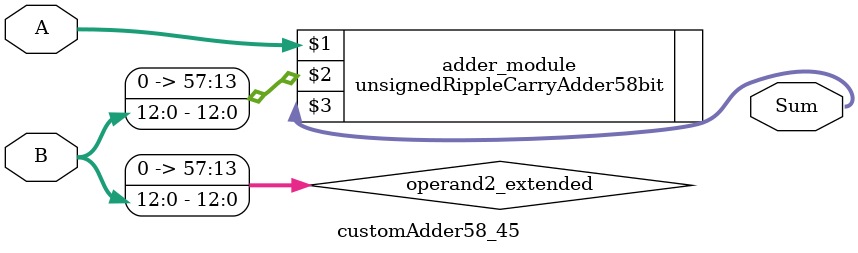
<source format=v>
module customAdder58_45(
                        input [57 : 0] A,
                        input [12 : 0] B,
                        
                        output [58 : 0] Sum
                );

        wire [57 : 0] operand2_extended;
        
        assign operand2_extended =  {45'b0, B};
        
        unsignedRippleCarryAdder58bit adder_module(
            A,
            operand2_extended,
            Sum
        );
        
        endmodule
        
</source>
